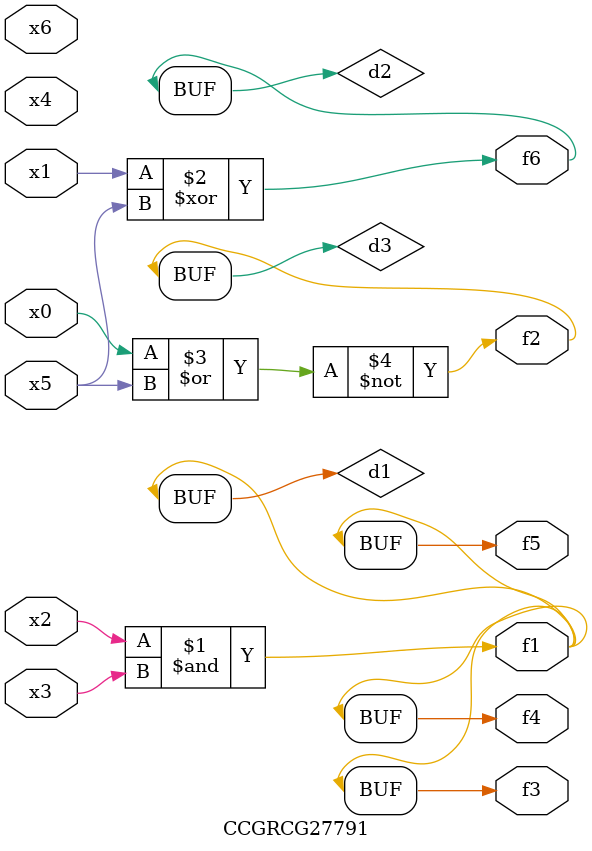
<source format=v>
module CCGRCG27791(
	input x0, x1, x2, x3, x4, x5, x6,
	output f1, f2, f3, f4, f5, f6
);

	wire d1, d2, d3;

	and (d1, x2, x3);
	xor (d2, x1, x5);
	nor (d3, x0, x5);
	assign f1 = d1;
	assign f2 = d3;
	assign f3 = d1;
	assign f4 = d1;
	assign f5 = d1;
	assign f6 = d2;
endmodule

</source>
